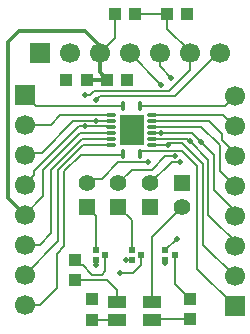
<source format=gtl>
G04 DipTrace 3.1.0.0*
G04 MSP430FR2311Breakout.gtl*
%MOIN*%
G04 #@! TF.FileFunction,Copper,L1,Top*
G04 #@! TF.Part,Single*
G04 #@! TA.AperFunction,Conductor*
%ADD11C,0.006*%
%ADD14C,0.012*%
%ADD17R,0.043307X0.03937*%
G04 #@! TA.AperFunction,ComponentPad*
%ADD18R,0.066929X0.066929*%
%ADD19C,0.066929*%
%ADD20R,0.055118X0.055118*%
%ADD21C,0.055118*%
%ADD23R,0.059055X0.043307*%
%ADD24R,0.03937X0.043307*%
%ADD25R,0.019685X0.019685*%
%ADD27O,0.033465X0.011811*%
%ADD28O,0.011811X0.033465*%
%ADD29R,0.080709X0.100394*%
G04 #@! TA.AperFunction,ViaPad*
%ADD30C,0.02*%
%FSLAX26Y26*%
G04*
G70*
G90*
G75*
G01*
G04 Top*
%LPD*%
X756500Y1066195D2*
D11*
X653695D1*
X531500Y944000D1*
Y856500D1*
X469000Y794000D1*
X719000Y1331500D2*
D14*
Y1269000D1*
X744000Y1244000D1*
X675251D2*
X744000D1*
X719000Y1331500D2*
Y1356500D1*
X669000Y1406500D1*
X450249D1*
X412749Y1369000D1*
Y850251D1*
X469000Y794000D1*
X769039Y1462862D2*
D11*
Y1381539D1*
X719000Y1331500D1*
X756500Y1046510D2*
X659010D1*
X556500Y944000D1*
Y731500D1*
X519000Y694000D1*
X469000D1*
X937751Y643753D2*
Y631500D1*
X706500Y643753D2*
Y625249D1*
X825249Y643753D2*
X806747Y644000D1*
X608322Y1244000D2*
D14*
Y1237751D1*
X810929Y1244000D2*
Y1237751D1*
X1010987Y1462862D2*
D11*
D3*
X694000Y510929D2*
D3*
X787749Y600251D2*
X831500D1*
X856500Y625251D1*
Y659131D1*
X856811Y659442D1*
X937751Y675249D2*
X975249Y712748D1*
X1019000Y445822D2*
X895822D1*
X894000Y444000D1*
X969312Y659442D2*
Y562438D1*
X1019000Y512751D1*
X738062Y659442D2*
Y606811D1*
X725251Y594000D1*
X693999D1*
X662749Y625249D1*
X654680D1*
X637751Y642178D1*
X694000Y444000D2*
X775890D1*
X637751Y575249D2*
X744000D1*
X775249Y544000D1*
Y503696D1*
X775890Y503055D1*
X825249Y675249D2*
Y775251D1*
X781500Y819000D1*
X706500Y675249D2*
Y787749D1*
X675249Y819000D1*
X894000Y503055D2*
Y719000D1*
X994000Y819000D1*
X756500Y1125249D2*
X587749D1*
X556500Y1094000D1*
X469000D1*
X795870Y1154776D2*
X508224D1*
X469000Y1194000D1*
X854925Y1154776D2*
X1136026D1*
X1169000Y1187749D1*
X894295Y1125249D2*
X1131500D1*
X1169000Y1087749D1*
X894295Y1105564D2*
X1082436D1*
X1125249Y1062751D1*
Y1044000D1*
X1181500Y987749D1*
X1169000D1*
X894295Y1085879D2*
X1058371D1*
X1119000Y1025251D1*
Y937749D1*
X1169000Y887749D1*
X894295Y1026823D2*
X948073D1*
Y1031500D1*
X994000D1*
X1062749Y962751D1*
Y694000D1*
X1169000Y587749D1*
X881500Y969000D2*
X781500D1*
X725251Y912751D1*
X690260D1*
X675249Y897740D1*
X854925Y997295D2*
Y1006500D1*
X994000D1*
X1044000Y956500D1*
Y612749D1*
X1169000Y487749D1*
X795870Y997295D2*
Y994000D1*
X656500D1*
X600251Y937751D1*
Y687752D1*
X575249Y662751D1*
Y550249D1*
X519000Y494000D1*
X469000D1*
X756500Y1026823D2*
X664323D1*
X581500Y944000D1*
Y706500D1*
X469000Y594000D1*
X756500Y1085880D2*
Y1087751D1*
X669000D1*
X650249D1*
X500249Y937751D1*
Y925249D1*
X469000Y894000D1*
X1019000Y1331500D2*
Y1275249D1*
X950251Y1206500D1*
X700251D1*
X687751Y1194000D1*
X669000D1*
X835969Y1462862D2*
X944058D1*
X1019000Y1331500D2*
Y1337915D1*
X944058Y1412857D1*
Y1462862D1*
X756500Y1105564D2*
X706500D1*
X630564D1*
X525249Y1000249D1*
X475249D1*
X469000Y994000D1*
X1119000Y1331500D2*
X1112751D1*
X969000Y1187749D1*
X719000D1*
X706500Y1175249D1*
X894295Y1066194D2*
X923980D1*
X924570Y1066783D1*
X1027466D1*
X1057427Y1036823D1*
X1100249Y994000D1*
Y875251D1*
X1187751Y787749D1*
X1169000D1*
X987749Y969000D2*
X959010D1*
X887751Y897740D1*
X819000Y1331500D2*
Y1331501D1*
X924570Y1225932D1*
X894295Y1046509D2*
X1010240D1*
X1019177Y1037572D1*
X1081500Y975249D1*
Y794000D1*
X1187751Y687749D1*
X1169000D1*
X969354Y987749D2*
X937749D1*
X894000Y944000D1*
X827760D1*
X781500Y897740D1*
X919000Y1331500D2*
Y1287751D1*
X956500Y1250251D1*
D30*
X937751Y631500D3*
X706500Y625249D3*
X806747Y644000D3*
X608322Y1237751D3*
X810929D3*
X1010987Y1462862D3*
X694000Y510929D3*
X787749Y600251D3*
X975249Y712748D3*
X881500Y969000D3*
X948073Y1026823D3*
X669000Y1194000D3*
Y1087751D3*
X706500Y1175249D3*
Y1105564D3*
X987749Y969000D3*
X1057427Y1036823D3*
X924570Y1225932D3*
Y1066783D3*
X969354Y987749D3*
X1019177Y1037572D3*
X956500Y1250251D3*
X1019177Y1037572D3*
D17*
X675251Y1244000D3*
X608322D3*
X744000D3*
X810929D3*
X944058Y1462862D3*
X1010987D3*
D18*
X519000Y1331500D3*
D19*
X619000D3*
X719000D3*
X819000D3*
X919000D3*
X1019000D3*
X1119000D3*
D18*
X469000Y1194000D3*
D19*
Y1094000D3*
Y994000D3*
Y894000D3*
Y794000D3*
Y694000D3*
Y594000D3*
Y494000D3*
D18*
X1169000Y487749D3*
D19*
Y587749D3*
Y687749D3*
Y787749D3*
Y887749D3*
Y987749D3*
Y1087749D3*
Y1187749D3*
D20*
X887751Y819000D3*
D21*
Y897740D3*
D20*
X781500Y819000D3*
D21*
Y897740D3*
D20*
X675249Y819000D3*
D21*
Y897740D3*
D20*
X994000D3*
D21*
Y819000D3*
D23*
X894000Y444000D3*
Y503055D3*
X775890Y444000D3*
Y503055D3*
D24*
X1019000Y512751D3*
Y445822D3*
X694000Y444000D3*
Y510929D3*
X637751Y575249D3*
Y642178D3*
D17*
X835969Y1462862D3*
X769039D3*
D25*
X937751Y675249D3*
Y643753D3*
X969312Y659442D3*
X825249Y675249D3*
Y643753D3*
X856811Y659442D3*
X706500Y675249D3*
Y643753D3*
X738062Y659442D3*
D27*
X756500Y1125250D3*
Y1105565D3*
Y1085880D3*
Y1066195D3*
Y1046510D3*
Y1026823D3*
D28*
X795870Y997296D3*
X854925D3*
D27*
X894295Y1026823D3*
Y1046510D3*
Y1066195D3*
Y1085880D3*
Y1105565D3*
Y1125250D3*
D28*
X854925Y1154776D3*
X795870D3*
D29*
X825398Y1076037D3*
M02*

</source>
